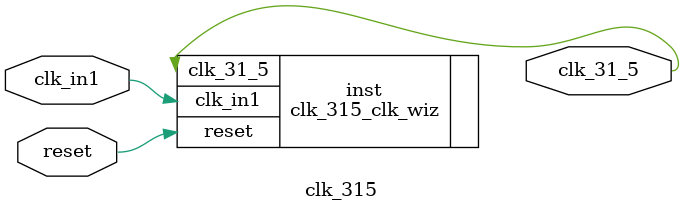
<source format=v>


`timescale 1ps/1ps

(* CORE_GENERATION_INFO = "clk_315,clk_wiz_v6_0_4_0_0,{component_name=clk_315,use_phase_alignment=true,use_min_o_jitter=false,use_max_i_jitter=false,use_dyn_phase_shift=false,use_inclk_switchover=false,use_dyn_reconfig=false,enable_axi=0,feedback_source=FDBK_AUTO,PRIMITIVE=MMCM,num_out_clk=1,clkin1_period=10.000,clkin2_period=10.000,use_power_down=false,use_reset=true,use_locked=false,use_inclk_stopped=false,feedback_type=SINGLE,CLOCK_MGR_TYPE=NA,manual_override=false}" *)

module clk_315 
 (
  // Clock out ports
  output        clk_31_5,
  // Status and control signals
  input         reset,
 // Clock in ports
  input         clk_in1
 );

  clk_315_clk_wiz inst
  (
  // Clock out ports  
  .clk_31_5(clk_31_5),
  // Status and control signals               
  .reset(reset), 
 // Clock in ports
  .clk_in1(clk_in1)
  );

endmodule

</source>
